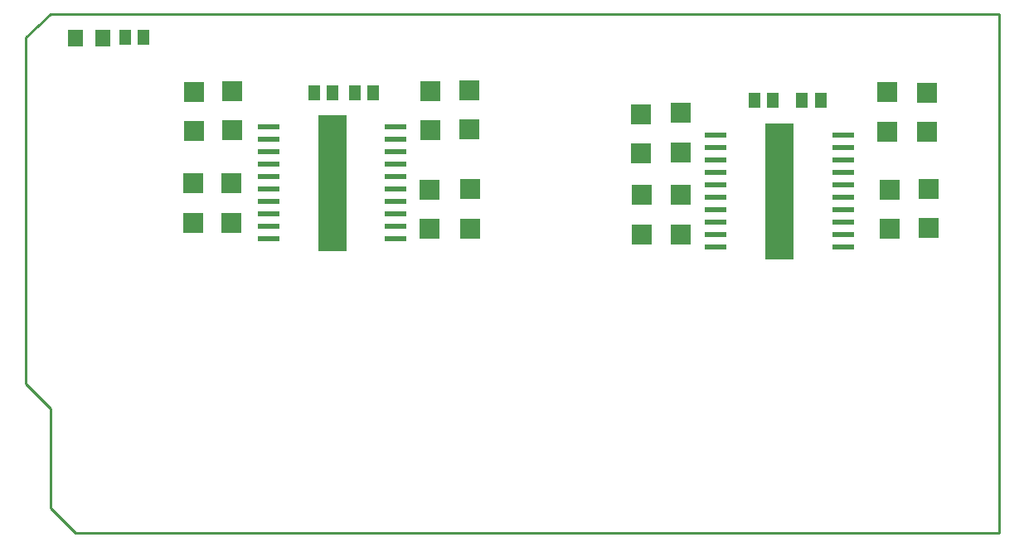
<source format=gtp>
G75*
%MOIN*%
%OFA0B0*%
%FSLAX25Y25*%
%IPPOS*%
%LPD*%
%AMOC8*
5,1,8,0,0,1.08239X$1,22.5*
%
%ADD10C,0.01000*%
%ADD11R,0.06299X0.07098*%
%ADD12R,0.05118X0.05906*%
%ADD13R,0.08661X0.02362*%
%ADD14R,0.11811X0.55118*%
%ADD15R,0.07874X0.07874*%
D10*
X0023082Y0020657D02*
X0033082Y0010657D01*
X0404283Y0010657D01*
X0404283Y0219319D01*
X0023082Y0219319D01*
X0023053Y0219267D01*
X0013082Y0209968D01*
X0013082Y0070657D01*
X0023082Y0060657D01*
X0023082Y0020657D01*
D11*
X0033069Y0209601D03*
X0044266Y0209601D03*
D12*
X0052989Y0209846D03*
X0060469Y0209846D03*
X0128977Y0187485D03*
X0136457Y0187485D03*
X0145302Y0187624D03*
X0152782Y0187624D03*
X0306032Y0184547D03*
X0313513Y0184547D03*
X0325179Y0184542D03*
X0332660Y0184542D03*
D13*
X0341756Y0170443D03*
X0341756Y0165443D03*
X0341756Y0160443D03*
X0341756Y0155443D03*
X0341756Y0150443D03*
X0341756Y0145443D03*
X0341756Y0140443D03*
X0341756Y0135443D03*
X0341756Y0130443D03*
X0341756Y0125443D03*
X0290575Y0125443D03*
X0290575Y0130443D03*
X0290575Y0135443D03*
X0290575Y0140443D03*
X0290575Y0145443D03*
X0290575Y0150443D03*
X0290575Y0155443D03*
X0290575Y0160443D03*
X0290575Y0165443D03*
X0290575Y0170443D03*
X0161927Y0168840D03*
X0161927Y0163840D03*
X0161927Y0158840D03*
X0161927Y0153840D03*
X0161927Y0148840D03*
X0161927Y0143840D03*
X0161927Y0138840D03*
X0161927Y0133840D03*
X0161927Y0128840D03*
X0110746Y0128840D03*
X0110746Y0133840D03*
X0110746Y0138840D03*
X0110746Y0143840D03*
X0110746Y0148840D03*
X0110746Y0153840D03*
X0110746Y0158840D03*
X0110746Y0163840D03*
X0110746Y0168840D03*
X0110746Y0173840D03*
X0161927Y0173840D03*
D14*
X0136336Y0151340D03*
X0316165Y0147943D03*
D15*
X0276593Y0146424D03*
X0260867Y0146429D03*
X0260867Y0130681D03*
X0276593Y0130676D03*
X0276583Y0163679D03*
X0260482Y0163088D03*
X0260482Y0178836D03*
X0276583Y0179427D03*
X0191853Y0148758D03*
X0175584Y0148511D03*
X0175584Y0132763D03*
X0191853Y0133010D03*
X0191414Y0172748D03*
X0175810Y0172461D03*
X0175810Y0188209D03*
X0191414Y0188496D03*
X0096226Y0188235D03*
X0080657Y0188020D03*
X0080657Y0172272D03*
X0096226Y0172487D03*
X0095848Y0151092D03*
X0080325Y0151121D03*
X0080325Y0135373D03*
X0095848Y0135344D03*
X0360564Y0132876D03*
X0376089Y0133134D03*
X0376089Y0148882D03*
X0360564Y0148624D03*
X0359359Y0172076D03*
X0375307Y0171822D03*
X0375307Y0187570D03*
X0359359Y0187824D03*
M02*

</source>
